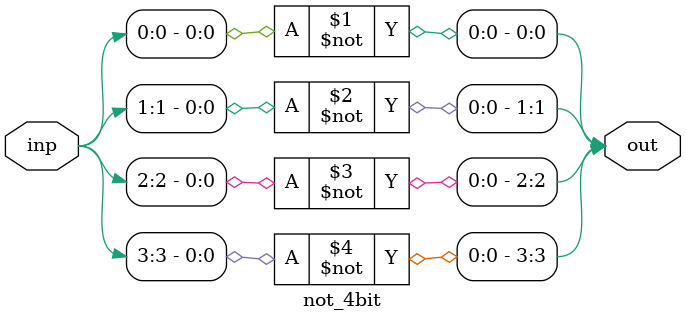
<source format=v>
module not_4bit (
	output [3:0] out,
	input [3:0] inp
);

	not (out[0], inp[0]);
	not (out[1], inp[1]);
	not (out[2], inp[2]);
	not (out[3], inp[3]);
	
endmodule
</source>
